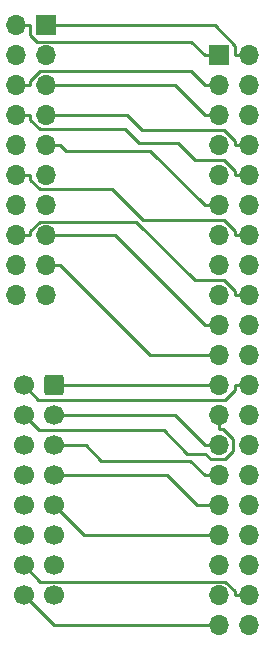
<source format=gbr>
%TF.GenerationSoftware,KiCad,Pcbnew,7.0.9*%
%TF.CreationDate,2023-12-24T18:40:11+00:00*%
%TF.ProjectId,GPIO2HUB75,4750494f-3248-4554-9237-352e6b696361,rev?*%
%TF.SameCoordinates,Original*%
%TF.FileFunction,Copper,L2,Bot*%
%TF.FilePolarity,Positive*%
%FSLAX46Y46*%
G04 Gerber Fmt 4.6, Leading zero omitted, Abs format (unit mm)*
G04 Created by KiCad (PCBNEW 7.0.9) date 2023-12-24 18:40:11*
%MOMM*%
%LPD*%
G01*
G04 APERTURE LIST*
G04 Aperture macros list*
%AMRoundRect*
0 Rectangle with rounded corners*
0 $1 Rounding radius*
0 $2 $3 $4 $5 $6 $7 $8 $9 X,Y pos of 4 corners*
0 Add a 4 corners polygon primitive as box body*
4,1,4,$2,$3,$4,$5,$6,$7,$8,$9,$2,$3,0*
0 Add four circle primitives for the rounded corners*
1,1,$1+$1,$2,$3*
1,1,$1+$1,$4,$5*
1,1,$1+$1,$6,$7*
1,1,$1+$1,$8,$9*
0 Add four rect primitives between the rounded corners*
20,1,$1+$1,$2,$3,$4,$5,0*
20,1,$1+$1,$4,$5,$6,$7,0*
20,1,$1+$1,$6,$7,$8,$9,0*
20,1,$1+$1,$8,$9,$2,$3,0*%
G04 Aperture macros list end*
%TA.AperFunction,ComponentPad*%
%ADD10RoundRect,0.250000X0.600000X0.600000X-0.600000X0.600000X-0.600000X-0.600000X0.600000X-0.600000X0*%
%TD*%
%TA.AperFunction,ComponentPad*%
%ADD11C,1.700000*%
%TD*%
%TA.AperFunction,ComponentPad*%
%ADD12O,1.700000X1.700000*%
%TD*%
%TA.AperFunction,ComponentPad*%
%ADD13R,1.700000X1.700000*%
%TD*%
%TA.AperFunction,Conductor*%
%ADD14C,0.250000*%
%TD*%
G04 APERTURE END LIST*
D10*
%TO.P,J3,1,Pin_1*%
%TO.N,Net-(J2-Pin_23)*%
X107950000Y-81280000D03*
D11*
%TO.P,J3,2,Pin_2*%
%TO.N,Net-(J2-Pin_24)*%
X105410000Y-81280000D03*
%TO.P,J3,3,Pin_3*%
%TO.N,Net-(J2-Pin_27)*%
X107950000Y-83820000D03*
%TO.P,J3,4,Pin_4*%
%TO.N,Net-(J2-Pin_25)*%
X105410000Y-83820000D03*
%TO.P,J3,5,Pin_5*%
%TO.N,Net-(J2-Pin_29)*%
X107950000Y-86360000D03*
%TO.P,J3,6,Pin_6*%
%TO.N,Net-(J2-Pin_26)*%
X105410000Y-86360000D03*
%TO.P,J3,7,Pin_7*%
%TO.N,Net-(J2-Pin_31)*%
X107950000Y-88900000D03*
%TO.P,J3,8,Pin_8*%
%TO.N,Net-(J2-Pin_28)*%
X105410000Y-88900000D03*
%TO.P,J3,9,Pin_9*%
%TO.N,Net-(J2-Pin_33)*%
X107950000Y-91440000D03*
%TO.P,J3,10,Pin_10*%
%TO.N,Net-(J2-Pin_32)*%
X105410000Y-91440000D03*
%TO.P,J3,11,Pin_11*%
%TO.N,Net-(J2-Pin_35)*%
X107950000Y-93980000D03*
%TO.P,J3,12,Pin_12*%
%TO.N,Net-(J2-Pin_36)*%
X105410000Y-93980000D03*
%TO.P,J3,13,Pin_13*%
%TO.N,Net-(J2-Pin_37)*%
X107950000Y-96520000D03*
%TO.P,J3,14,Pin_14*%
%TO.N,Net-(J2-Pin_38)*%
X105410000Y-96520000D03*
%TO.P,J3,15,Pin_15*%
%TO.N,Net-(J2-Pin_40)*%
X107950000Y-99060000D03*
%TO.P,J3,16,Pin_16*%
%TO.N,Net-(J2-Pin_39)*%
X105410000Y-99060000D03*
%TD*%
D12*
%TO.P,J2,40,Pin_40*%
%TO.N,Net-(J2-Pin_40)*%
X124460000Y-101600000D03*
%TO.P,J2,39,Pin_39*%
%TO.N,Net-(J2-Pin_39)*%
X121920000Y-101600000D03*
%TO.P,J2,38,Pin_38*%
%TO.N,Net-(J2-Pin_38)*%
X124460000Y-99060000D03*
%TO.P,J2,37,Pin_37*%
%TO.N,Net-(J2-Pin_37)*%
X121920000Y-99060000D03*
%TO.P,J2,36,Pin_36*%
%TO.N,Net-(J2-Pin_36)*%
X124460000Y-96520000D03*
%TO.P,J2,35,Pin_35*%
%TO.N,Net-(J2-Pin_35)*%
X121920000Y-96520000D03*
%TO.P,J2,34,Pin_34*%
%TO.N,unconnected-(J2-Pin_34-Pad34)*%
X124460000Y-93980000D03*
%TO.P,J2,33,Pin_33*%
%TO.N,Net-(J2-Pin_33)*%
X121920000Y-93980000D03*
%TO.P,J2,32,Pin_32*%
%TO.N,Net-(J2-Pin_32)*%
X124460000Y-91440000D03*
%TO.P,J2,31,Pin_31*%
%TO.N,Net-(J2-Pin_31)*%
X121920000Y-91440000D03*
%TO.P,J2,30,Pin_30*%
%TO.N,Net-(J1-Pin_19)*%
X124460000Y-88900000D03*
%TO.P,J2,29,Pin_29*%
%TO.N,Net-(J2-Pin_29)*%
X121920000Y-88900000D03*
%TO.P,J2,28,Pin_28*%
%TO.N,Net-(J2-Pin_28)*%
X124460000Y-86360000D03*
%TO.P,J2,27,Pin_27*%
%TO.N,Net-(J2-Pin_27)*%
X121920000Y-86360000D03*
%TO.P,J2,26,Pin_26*%
%TO.N,Net-(J2-Pin_26)*%
X124460000Y-83820000D03*
%TO.P,J2,25,Pin_25*%
%TO.N,Net-(J2-Pin_25)*%
X121920000Y-83820000D03*
%TO.P,J2,24,Pin_24*%
%TO.N,Net-(J2-Pin_24)*%
X124460000Y-81280000D03*
%TO.P,J2,23,Pin_23*%
%TO.N,Net-(J2-Pin_23)*%
X121920000Y-81280000D03*
%TO.P,J2,22,Pin_22*%
%TO.N,Net-(J1-Pin_20)*%
X124460000Y-78740000D03*
%TO.P,J2,21,Pin_21*%
%TO.N,Net-(J1-Pin_17)*%
X121920000Y-78740000D03*
%TO.P,J2,20,Pin_20*%
%TO.N,Net-(J1-Pin_18)*%
X124460000Y-76200000D03*
%TO.P,J2,19,Pin_19*%
%TO.N,Net-(J1-Pin_15)*%
X121920000Y-76200000D03*
%TO.P,J2,18,Pin_18*%
%TO.N,Net-(J1-Pin_16)*%
X124460000Y-73660000D03*
%TO.P,J2,17,Pin_17*%
%TO.N,unconnected-(J2-Pin_17-Pad17)*%
X121920000Y-73660000D03*
%TO.P,J2,16,Pin_16*%
%TO.N,Net-(J1-Pin_14)*%
X124460000Y-71120000D03*
%TO.P,J2,15,Pin_15*%
%TO.N,Net-(J1-Pin_13)*%
X121920000Y-71120000D03*
%TO.P,J2,14,Pin_14*%
%TO.N,Net-(J1-Pin_12)*%
X124460000Y-68580000D03*
%TO.P,J2,13,Pin_13*%
%TO.N,Net-(J1-Pin_11)*%
X121920000Y-68580000D03*
%TO.P,J2,12,Pin_12*%
%TO.N,Net-(J1-Pin_10)*%
X124460000Y-66040000D03*
%TO.P,J2,11,Pin_11*%
%TO.N,Net-(J1-Pin_9)*%
X121920000Y-66040000D03*
%TO.P,J2,10,Pin_10*%
%TO.N,Net-(J1-Pin_8)*%
X124460000Y-63500000D03*
%TO.P,J2,9,Pin_9*%
%TO.N,unconnected-(J2-Pin_9-Pad9)*%
X121920000Y-63500000D03*
%TO.P,J2,8,Pin_8*%
%TO.N,Net-(J1-Pin_7)*%
X124460000Y-60960000D03*
%TO.P,J2,7,Pin_7*%
%TO.N,Net-(J1-Pin_4)*%
X121920000Y-60960000D03*
%TO.P,J2,6,Pin_6*%
%TO.N,Net-(J1-Pin_3)*%
X124460000Y-58420000D03*
%TO.P,J2,5,Pin_5*%
%TO.N,Net-(J1-Pin_5)*%
X121920000Y-58420000D03*
%TO.P,J2,4,Pin_4*%
%TO.N,unconnected-(J2-Pin_4-Pad4)*%
X124460000Y-55880000D03*
%TO.P,J2,3,Pin_3*%
%TO.N,Net-(J1-Pin_6)*%
X121920000Y-55880000D03*
%TO.P,J2,2,Pin_2*%
%TO.N,Net-(J1-Pin_1)*%
X124460000Y-53340000D03*
D13*
%TO.P,J2,1,Pin_1*%
%TO.N,Net-(J1-Pin_2)*%
X121920000Y-53340000D03*
%TD*%
%TO.P,J1,1,Pin_1*%
%TO.N,Net-(J1-Pin_1)*%
X107315000Y-50800000D03*
D12*
%TO.P,J1,2,Pin_2*%
%TO.N,Net-(J1-Pin_2)*%
X104775000Y-50800000D03*
%TO.P,J1,3,Pin_3*%
%TO.N,Net-(J1-Pin_3)*%
X107315000Y-53340000D03*
%TO.P,J1,4,Pin_4*%
%TO.N,Net-(J1-Pin_4)*%
X104775000Y-53340000D03*
%TO.P,J1,5,Pin_5*%
%TO.N,Net-(J1-Pin_5)*%
X107315000Y-55880000D03*
%TO.P,J1,6,Pin_6*%
%TO.N,Net-(J1-Pin_6)*%
X104775000Y-55880000D03*
%TO.P,J1,7,Pin_7*%
%TO.N,Net-(J1-Pin_7)*%
X107315000Y-58420000D03*
%TO.P,J1,8,Pin_8*%
%TO.N,Net-(J1-Pin_8)*%
X104775000Y-58420000D03*
%TO.P,J1,9,Pin_9*%
%TO.N,Net-(J1-Pin_9)*%
X107315000Y-60960000D03*
%TO.P,J1,10,Pin_10*%
%TO.N,Net-(J1-Pin_10)*%
X104775000Y-60960000D03*
%TO.P,J1,11,Pin_11*%
%TO.N,Net-(J1-Pin_11)*%
X107315000Y-63500000D03*
%TO.P,J1,12,Pin_12*%
%TO.N,Net-(J1-Pin_12)*%
X104775000Y-63500000D03*
%TO.P,J1,13,Pin_13*%
%TO.N,Net-(J1-Pin_13)*%
X107315000Y-66040000D03*
%TO.P,J1,14,Pin_14*%
%TO.N,Net-(J1-Pin_14)*%
X104775000Y-66040000D03*
%TO.P,J1,15,Pin_15*%
%TO.N,Net-(J1-Pin_15)*%
X107315000Y-68580000D03*
%TO.P,J1,16,Pin_16*%
%TO.N,Net-(J1-Pin_16)*%
X104775000Y-68580000D03*
%TO.P,J1,17,Pin_17*%
%TO.N,Net-(J1-Pin_17)*%
X107315000Y-71120000D03*
%TO.P,J1,18,Pin_18*%
%TO.N,Net-(J1-Pin_18)*%
X104775000Y-71120000D03*
%TO.P,J1,19,Pin_19*%
%TO.N,Net-(J1-Pin_19)*%
X107315000Y-73660000D03*
%TO.P,J1,20,Pin_20*%
%TO.N,Net-(J1-Pin_20)*%
X104775000Y-73660000D03*
%TD*%
D14*
%TO.N,Net-(J2-Pin_25)*%
X106680000Y-85090000D02*
X105410000Y-83820000D01*
X117251400Y-85090000D02*
X106680000Y-85090000D01*
X119203900Y-87042500D02*
X117251400Y-85090000D01*
X120788700Y-87042500D02*
X119203900Y-87042500D01*
X121286100Y-87539900D02*
X120788700Y-87042500D01*
X122404800Y-87539900D02*
X121286100Y-87539900D01*
X123135300Y-86809400D02*
X122404800Y-87539900D01*
X123135300Y-85844400D02*
X123135300Y-86809400D01*
X122287800Y-84996900D02*
X123135300Y-85844400D01*
X121920000Y-84996900D02*
X122287800Y-84996900D01*
X121920000Y-83820000D02*
X121920000Y-84996900D01*
%TO.N,Net-(J2-Pin_38)*%
X106773100Y-97883100D02*
X105410000Y-96520000D01*
X122474100Y-97883100D02*
X106773100Y-97883100D01*
X123283100Y-98692100D02*
X122474100Y-97883100D01*
X123283100Y-99060000D02*
X123283100Y-98692100D01*
X124460000Y-99060000D02*
X123283100Y-99060000D01*
%TO.N,Net-(J2-Pin_33)*%
X110490000Y-93980000D02*
X107950000Y-91440000D01*
X121920000Y-93980000D02*
X110490000Y-93980000D01*
%TO.N,Net-(J2-Pin_31)*%
X121920000Y-91440000D02*
X120743100Y-91440000D01*
X120104000Y-91440000D02*
X120743100Y-91440000D01*
X117565500Y-88901500D02*
X120104000Y-91440000D01*
X107951500Y-88901500D02*
X117565500Y-88901500D01*
X107950000Y-88900000D02*
X107951500Y-88901500D01*
%TO.N,Net-(J2-Pin_29)*%
X121920000Y-88900000D02*
X120743100Y-88900000D01*
X110681700Y-86360000D02*
X107950000Y-86360000D01*
X111975100Y-87653400D02*
X110681700Y-86360000D01*
X119496500Y-87653400D02*
X111975100Y-87653400D01*
X120743100Y-88900000D02*
X119496500Y-87653400D01*
%TO.N,Net-(J2-Pin_27)*%
X118203100Y-83820000D02*
X120743100Y-86360000D01*
X107950000Y-83820000D02*
X118203100Y-83820000D01*
X121920000Y-86360000D02*
X120743100Y-86360000D01*
%TO.N,Net-(J2-Pin_24)*%
X106601200Y-82471200D02*
X105410000Y-81280000D01*
X122459700Y-82471200D02*
X106601200Y-82471200D01*
X123283100Y-81647800D02*
X122459700Y-82471200D01*
X123283100Y-81280000D02*
X123283100Y-81647800D01*
X124460000Y-81280000D02*
X123283100Y-81280000D01*
%TO.N,Net-(J2-Pin_23)*%
X121920000Y-81280000D02*
X107950000Y-81280000D01*
%TO.N,Net-(J2-Pin_39)*%
X107950000Y-101600000D02*
X105410000Y-99060000D01*
X121920000Y-101600000D02*
X107950000Y-101600000D01*
%TO.N,Net-(J1-Pin_17)*%
X121920000Y-78740000D02*
X120743100Y-78740000D01*
X116111900Y-78740000D02*
X120743100Y-78740000D01*
X108491900Y-71120000D02*
X116111900Y-78740000D01*
X107315000Y-71120000D02*
X108491900Y-71120000D01*
%TO.N,Net-(J1-Pin_16)*%
X104775000Y-68580000D02*
X105951900Y-68580000D01*
X124460000Y-73660000D02*
X123283100Y-73660000D01*
X123283100Y-73294200D02*
X123283100Y-73660000D01*
X122378900Y-72390000D02*
X123283100Y-73294200D01*
X119863000Y-72390000D02*
X122378900Y-72390000D01*
X114875000Y-67402000D02*
X119863000Y-72390000D01*
X106762100Y-67402000D02*
X114875000Y-67402000D01*
X105951900Y-68212200D02*
X106762100Y-67402000D01*
X105951900Y-68580000D02*
X105951900Y-68212200D01*
%TO.N,Net-(J1-Pin_15)*%
X113123100Y-68580000D02*
X120743100Y-76200000D01*
X107315000Y-68580000D02*
X113123100Y-68580000D01*
X121920000Y-76200000D02*
X120743100Y-76200000D01*
%TO.N,Net-(J1-Pin_12)*%
X123283100Y-68214200D02*
X123283100Y-68580000D01*
X122378900Y-67310000D02*
X123283100Y-68214200D01*
X115497700Y-67310000D02*
X122378900Y-67310000D01*
X112864600Y-64676900D02*
X115497700Y-67310000D01*
X106760900Y-64676900D02*
X112864600Y-64676900D01*
X105951900Y-63867900D02*
X106760900Y-64676900D01*
X105951900Y-63500000D02*
X105951900Y-63867900D01*
X104775000Y-63500000D02*
X105951900Y-63500000D01*
X124460000Y-68580000D02*
X123283100Y-68580000D01*
%TO.N,Net-(J1-Pin_9)*%
X116114900Y-61411800D02*
X120743100Y-66040000D01*
X108943700Y-61411800D02*
X116114900Y-61411800D01*
X108491900Y-60960000D02*
X108943700Y-61411800D01*
X107315000Y-60960000D02*
X108491900Y-60960000D01*
X121920000Y-66040000D02*
X120743100Y-66040000D01*
%TO.N,Net-(J1-Pin_8)*%
X104775000Y-58420000D02*
X105951900Y-58420000D01*
X124460000Y-63500000D02*
X123283100Y-63500000D01*
X123283100Y-63134200D02*
X123283100Y-63500000D01*
X122378900Y-62230000D02*
X123283100Y-63134200D01*
X119915300Y-62230000D02*
X122378900Y-62230000D01*
X118420200Y-60734900D02*
X119915300Y-62230000D01*
X115139000Y-60734900D02*
X118420200Y-60734900D01*
X114001000Y-59596900D02*
X115139000Y-60734900D01*
X106760900Y-59596900D02*
X114001000Y-59596900D01*
X105951900Y-58787900D02*
X106760900Y-59596900D01*
X105951900Y-58420000D02*
X105951900Y-58787900D01*
%TO.N,Net-(J1-Pin_7)*%
X123283100Y-60594200D02*
X123283100Y-60960000D01*
X122378900Y-59690000D02*
X123283100Y-60594200D01*
X115370100Y-59690000D02*
X122378900Y-59690000D01*
X114100100Y-58420000D02*
X115370100Y-59690000D01*
X107315000Y-58420000D02*
X114100100Y-58420000D01*
X124460000Y-60960000D02*
X123283100Y-60960000D01*
%TO.N,Net-(J1-Pin_6)*%
X104775000Y-55880000D02*
X105951900Y-55880000D01*
X121920000Y-55880000D02*
X120743100Y-55880000D01*
X119548800Y-54685700D02*
X120743100Y-55880000D01*
X106778400Y-54685700D02*
X119548800Y-54685700D01*
X105951900Y-55512200D02*
X106778400Y-54685700D01*
X105951900Y-55880000D02*
X105951900Y-55512200D01*
%TO.N,Net-(J1-Pin_5)*%
X121920000Y-58420000D02*
X120743100Y-58420000D01*
X118203100Y-55880000D02*
X120743100Y-58420000D01*
X107315000Y-55880000D02*
X118203100Y-55880000D01*
%TO.N,Net-(J1-Pin_2)*%
X119566200Y-52163100D02*
X120743100Y-53340000D01*
X106505800Y-52163100D02*
X119566200Y-52163100D01*
X105951900Y-51609200D02*
X106505800Y-52163100D01*
X105951900Y-50800000D02*
X105951900Y-51609200D01*
X104775000Y-50800000D02*
X105951900Y-50800000D01*
X121920000Y-53340000D02*
X120743100Y-53340000D01*
%TO.N,Net-(J1-Pin_1)*%
X123283100Y-52507700D02*
X123283100Y-53340000D01*
X121575400Y-50800000D02*
X123283100Y-52507700D01*
X107315000Y-50800000D02*
X121575400Y-50800000D01*
X124460000Y-53340000D02*
X123283100Y-53340000D01*
%TD*%
M02*

</source>
